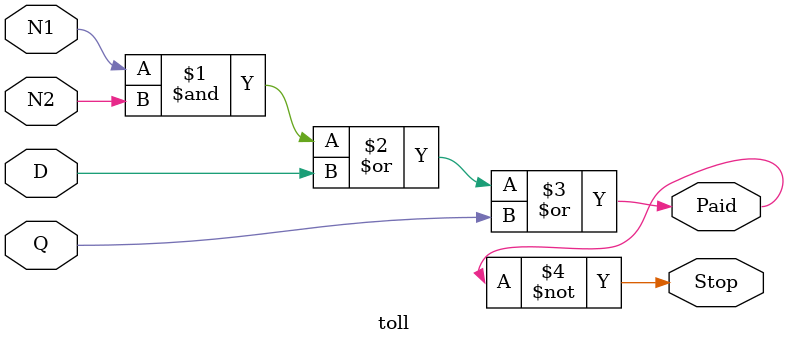
<source format=v>
module toll(
	input N1,
	input N2,
	input D,
	input Q,
	output Paid,
	output Stop
);

	assign Paid = (N1 & N2) | D | Q;
	assign Stop = ~Paid;

endmodule
</source>
